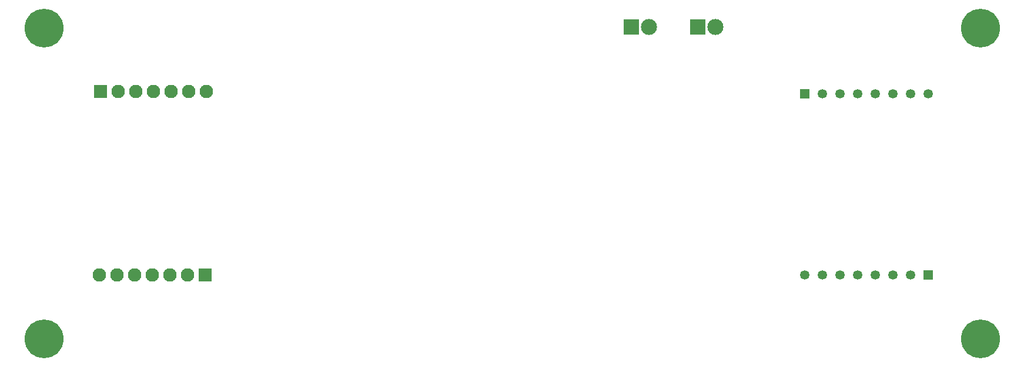
<source format=gbr>
%TF.GenerationSoftware,KiCad,Pcbnew,9.0.2*%
%TF.CreationDate,2025-05-28T14:54:03+02:00*%
%TF.ProjectId,BMS_13,424d535f-3133-42e6-9b69-6361645f7063,rev?*%
%TF.SameCoordinates,Original*%
%TF.FileFunction,Soldermask,Bot*%
%TF.FilePolarity,Negative*%
%FSLAX46Y46*%
G04 Gerber Fmt 4.6, Leading zero omitted, Abs format (unit mm)*
G04 Created by KiCad (PCBNEW 9.0.2) date 2025-05-28 14:54:03*
%MOMM*%
%LPD*%
G01*
G04 APERTURE LIST*
%ADD10R,2.325000X2.325000*%
%ADD11C,2.325000*%
%ADD12C,5.600000*%
%ADD13R,1.350000X1.350000*%
%ADD14C,1.350000*%
%ADD15R,1.950000X1.950000*%
%ADD16C,1.950000*%
G04 APERTURE END LIST*
D10*
%TO.C,J3*%
X163000000Y-68155000D03*
D11*
X165540000Y-68155000D03*
%TD*%
D12*
%TO.C,H4*%
X203700000Y-113200000D03*
%TD*%
D13*
%TO.C,J5*%
X178400000Y-77800000D03*
D14*
X180940000Y-77800000D03*
X183480000Y-77800000D03*
X186020000Y-77800000D03*
X188560000Y-77800000D03*
X191100000Y-77800000D03*
X193640000Y-77800000D03*
X196180000Y-77800000D03*
%TD*%
D12*
%TO.C,H3*%
X203700000Y-68300000D03*
%TD*%
%TO.C,H1*%
X68800000Y-68300000D03*
%TD*%
D13*
%TO.C,J4*%
X196140000Y-104000000D03*
D14*
X193600000Y-104000000D03*
X191060000Y-104000000D03*
X188520000Y-104000000D03*
X185980000Y-104000000D03*
X183440000Y-104000000D03*
X180900000Y-104000000D03*
X178360000Y-104000000D03*
%TD*%
D15*
%TO.C,J6*%
X76930000Y-77500000D03*
D16*
X79470000Y-77500000D03*
X82010000Y-77500000D03*
X84550000Y-77500000D03*
X87090000Y-77500000D03*
X89630000Y-77500000D03*
X92170000Y-77500000D03*
%TD*%
D10*
%TO.C,J1*%
X153460000Y-68155000D03*
D11*
X156000000Y-68155000D03*
%TD*%
D15*
%TO.C,J2*%
X92050000Y-104000000D03*
D16*
X89510000Y-104000000D03*
X86970000Y-104000000D03*
X84430000Y-104000000D03*
X81890000Y-104000000D03*
X79350000Y-104000000D03*
X76810000Y-104000000D03*
%TD*%
D12*
%TO.C,H2*%
X68800000Y-113200000D03*
%TD*%
M02*

</source>
